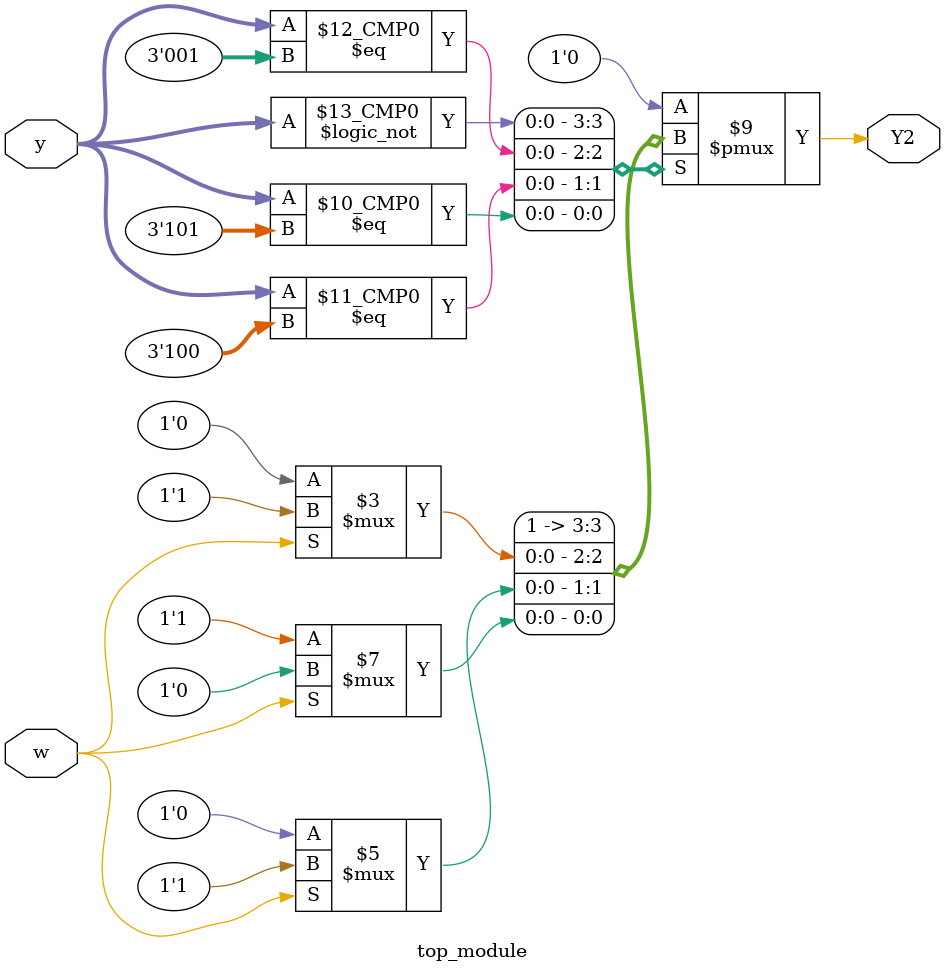
<source format=sv>
module top_module(
  input [3:1] y,
  input w,
  output reg Y2);
  
  always @*
  begin
    case (y)
      3'b000: Y2 = 1'b1;
      3'b001: Y2 = (w == 1'b0) ? 1'b0 : 1'b1;
      3'b010: Y2 = 1'b0;
      3'b011: Y2 = 1'b0;
      3'b100: Y2 = (w == 1'b0) ? 1'b0 : 1'b1;
      3'b101: Y2 = (w == 1'b0) ? 1'b1 : 1'b0;
      default: Y2 = 1'b0;
    endcase
  end
  
endmodule

</source>
